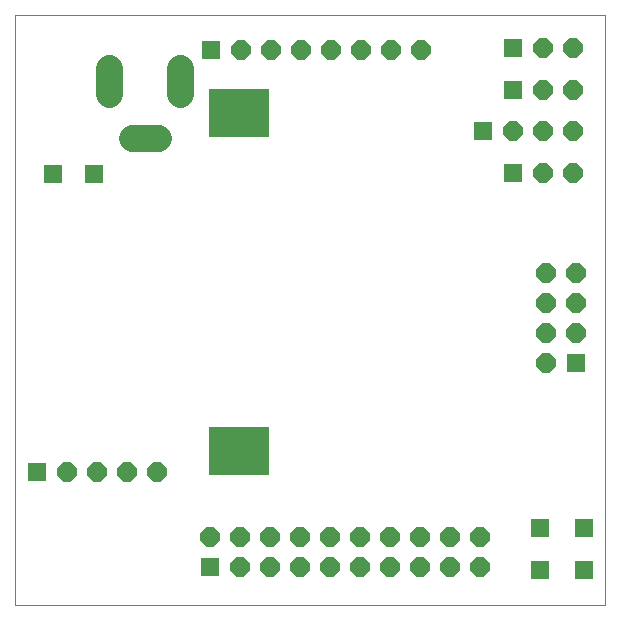
<source format=gbs>
G75*
%MOIN*%
%OFA0B0*%
%FSLAX24Y24*%
%IPPOS*%
%LPD*%
%AMOC8*
5,1,8,0,0,1.08239X$1,22.5*
%
%ADD10C,0.0000*%
%ADD11C,0.0900*%
%ADD12R,0.0640X0.0640*%
%ADD13OC8,0.0640*%
%ADD14R,0.2009X0.1615*%
%ADD15R,0.0631X0.0631*%
D10*
X000500Y000500D02*
X000500Y020185D01*
X020185Y020185D01*
X020185Y000500D01*
X000500Y000500D01*
X000500Y020185D01*
X020185Y020185D01*
X020185Y000500D01*
X000500Y000500D01*
D11*
X004401Y016071D02*
X005261Y016071D01*
X006012Y017531D02*
X006012Y018391D01*
X003650Y018391D02*
X003650Y017531D01*
D12*
X007039Y019004D03*
X016110Y016299D03*
X017106Y017677D03*
X017110Y019059D03*
X017106Y014913D03*
X019197Y008575D03*
X007024Y001772D03*
X001256Y004953D03*
D13*
X002256Y004953D03*
X003256Y004953D03*
X004256Y004953D03*
X005256Y004953D03*
X007024Y002772D03*
X008024Y002772D03*
X009024Y002772D03*
X010024Y002772D03*
X011024Y002772D03*
X012024Y002772D03*
X013024Y002772D03*
X014024Y002772D03*
X015024Y002772D03*
X016024Y002772D03*
X016024Y001772D03*
X015024Y001772D03*
X014024Y001772D03*
X013024Y001772D03*
X012024Y001772D03*
X011024Y001772D03*
X010024Y001772D03*
X009024Y001772D03*
X008024Y001772D03*
X018197Y008575D03*
X018197Y009575D03*
X018197Y010575D03*
X018197Y011575D03*
X019197Y011575D03*
X019197Y010575D03*
X019197Y009575D03*
X019106Y014913D03*
X018106Y014913D03*
X018110Y016299D03*
X017110Y016299D03*
X018106Y017677D03*
X019106Y017677D03*
X019110Y019059D03*
X018110Y019059D03*
X019110Y016299D03*
X014039Y019004D03*
X013039Y019004D03*
X012039Y019004D03*
X011039Y019004D03*
X010039Y019004D03*
X009039Y019004D03*
X008039Y019004D03*
D14*
X007980Y016899D03*
X007980Y005649D03*
D15*
X003157Y014870D03*
X001780Y014870D03*
X017996Y003063D03*
X017996Y001685D03*
X019480Y001685D03*
X019480Y003063D03*
M02*

</source>
